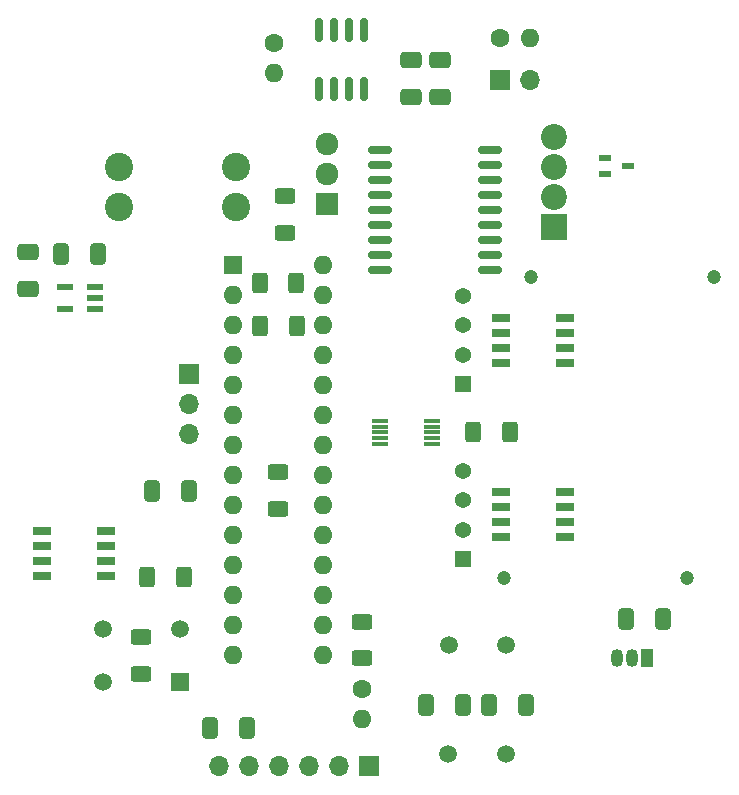
<source format=gbr>
%TF.GenerationSoftware,KiCad,Pcbnew,8.0.1-rc1*%
%TF.CreationDate,2024-11-22T07:55:53-08:00*%
%TF.ProjectId,AMS - CANBus Sensor - Vacuum,414d5320-2d20-4434-914e-427573205365,rev?*%
%TF.SameCoordinates,Original*%
%TF.FileFunction,Soldermask,Bot*%
%TF.FilePolarity,Negative*%
%FSLAX46Y46*%
G04 Gerber Fmt 4.6, Leading zero omitted, Abs format (unit mm)*
G04 Created by KiCad (PCBNEW 8.0.1-rc1) date 2024-11-22 07:55:53*
%MOMM*%
%LPD*%
G01*
G04 APERTURE LIST*
G04 Aperture macros list*
%AMRoundRect*
0 Rectangle with rounded corners*
0 $1 Rounding radius*
0 $2 $3 $4 $5 $6 $7 $8 $9 X,Y pos of 4 corners*
0 Add a 4 corners polygon primitive as box body*
4,1,4,$2,$3,$4,$5,$6,$7,$8,$9,$2,$3,0*
0 Add four circle primitives for the rounded corners*
1,1,$1+$1,$2,$3*
1,1,$1+$1,$4,$5*
1,1,$1+$1,$6,$7*
1,1,$1+$1,$8,$9*
0 Add four rect primitives between the rounded corners*
20,1,$1+$1,$2,$3,$4,$5,0*
20,1,$1+$1,$4,$5,$6,$7,0*
20,1,$1+$1,$6,$7,$8,$9,0*
20,1,$1+$1,$8,$9,$2,$3,0*%
G04 Aperture macros list end*
%ADD10C,2.400000*%
%ADD11R,1.500000X1.500000*%
%ADD12C,1.500000*%
%ADD13C,1.200000*%
%ADD14RoundRect,0.250000X0.400000X0.625000X-0.400000X0.625000X-0.400000X-0.625000X0.400000X-0.625000X0*%
%ADD15R,1.920000X1.920000*%
%ADD16C,1.920000*%
%ADD17R,1.528000X0.650000*%
%ADD18R,1.400000X0.300000*%
%ADD19R,1.400000X0.600000*%
%ADD20R,1.000000X0.550000*%
%ADD21RoundRect,0.250000X0.412500X0.650000X-0.412500X0.650000X-0.412500X-0.650000X0.412500X-0.650000X0*%
%ADD22RoundRect,0.250000X0.650000X-0.412500X0.650000X0.412500X-0.650000X0.412500X-0.650000X-0.412500X0*%
%ADD23C,1.600000*%
%ADD24O,1.600000X1.600000*%
%ADD25R,2.200000X2.200000*%
%ADD26C,2.200000*%
%ADD27R,1.365000X1.365000*%
%ADD28C,1.365000*%
%ADD29R,1.700000X1.700000*%
%ADD30O,1.700000X1.700000*%
%ADD31R,1.600000X1.600000*%
%ADD32R,1.050000X1.500000*%
%ADD33O,1.050000X1.500000*%
%ADD34RoundRect,0.250000X-0.412500X-0.650000X0.412500X-0.650000X0.412500X0.650000X-0.412500X0.650000X0*%
%ADD35RoundRect,0.150000X-0.150000X0.825000X-0.150000X-0.825000X0.150000X-0.825000X0.150000X0.825000X0*%
%ADD36RoundRect,0.250000X-0.625000X0.400000X-0.625000X-0.400000X0.625000X-0.400000X0.625000X0.400000X0*%
%ADD37RoundRect,0.150000X0.875000X0.150000X-0.875000X0.150000X-0.875000X-0.150000X0.875000X-0.150000X0*%
%ADD38RoundRect,0.250000X-0.400000X-0.625000X0.400000X-0.625000X0.400000X0.625000X-0.400000X0.625000X0*%
%ADD39RoundRect,0.250000X-0.650000X0.412500X-0.650000X-0.412500X0.650000X-0.412500X0.650000X0.412500X0*%
G04 APERTURE END LIST*
D10*
%TO.C,U5*%
X134999500Y-70018000D03*
X134999500Y-73418000D03*
X125079500Y-70018000D03*
X125079500Y-73418000D03*
%TD*%
D11*
%TO.C,Reset1*%
X130246900Y-113672200D03*
D12*
X123746900Y-113672200D03*
X130246900Y-109172200D03*
X123746900Y-109172200D03*
%TD*%
D13*
%TO.C,R15*%
X157647100Y-104798200D03*
X173147100Y-104798200D03*
%TD*%
%TO.C,R14*%
X159993000Y-79369700D03*
X175493000Y-79369700D03*
%TD*%
D14*
%TO.C,R9*%
X130559200Y-104767900D03*
X127459200Y-104767900D03*
%TD*%
D15*
%TO.C,Q1*%
X142661000Y-73200500D03*
D16*
X142661000Y-70660500D03*
X142661000Y-68120500D03*
%TD*%
D17*
%TO.C,IC9*%
X162810900Y-97562200D03*
X162810900Y-98832200D03*
X162810900Y-100102200D03*
X162810900Y-101372200D03*
X157388900Y-101372200D03*
X157388900Y-100102200D03*
X157388900Y-98832200D03*
X157388900Y-97562200D03*
%TD*%
%TO.C,IC8*%
X162840700Y-82794100D03*
X162840700Y-84064100D03*
X162840700Y-85334100D03*
X162840700Y-86604100D03*
X157418700Y-86604100D03*
X157418700Y-85334100D03*
X157418700Y-84064100D03*
X157418700Y-82794100D03*
%TD*%
D18*
%TO.C,IC3*%
X151556800Y-91502700D03*
X151556800Y-92002700D03*
X151556800Y-92502700D03*
X151556800Y-93002700D03*
X151556800Y-93502700D03*
X147156800Y-93502700D03*
X147156800Y-93002700D03*
X147156800Y-92502700D03*
X147156800Y-92002700D03*
X147156800Y-91502700D03*
%TD*%
D19*
%TO.C,IC2*%
X123047500Y-80184900D03*
X123047500Y-81134900D03*
X123047500Y-82084900D03*
X120547500Y-82084900D03*
X120547500Y-80184900D03*
%TD*%
D20*
%TO.C,D1*%
X166260202Y-70579772D03*
X166260202Y-69279772D03*
X168160202Y-69929772D03*
%TD*%
D21*
%TO.C,C11*%
X130974964Y-97474229D03*
X127849964Y-97474229D03*
%TD*%
D22*
%TO.C,C9*%
X117397143Y-80327871D03*
X117397143Y-77202871D03*
%TD*%
D21*
%TO.C,C8*%
X123268036Y-77433007D03*
X120143036Y-77433007D03*
%TD*%
D23*
%TO.C,R7*%
X157377500Y-59141700D03*
D24*
X159917500Y-59141700D03*
%TD*%
D25*
%TO.C,J1*%
X161878800Y-75088800D03*
D26*
X161878800Y-72548800D03*
X161878800Y-70008800D03*
X161878800Y-67468800D03*
%TD*%
D27*
%TO.C,IC6*%
X154212600Y-103245600D03*
D28*
X154212600Y-100745600D03*
X154212600Y-98245600D03*
X154212600Y-95745600D03*
%TD*%
D23*
%TO.C,NTC1*%
X145636900Y-114199700D03*
D24*
X145636900Y-116739700D03*
%TD*%
D29*
%TO.C,J3*%
X146254600Y-120744200D03*
D30*
X143714600Y-120744200D03*
X141174600Y-120744200D03*
X138634600Y-120744200D03*
X136094600Y-120744200D03*
X133554600Y-120744200D03*
%TD*%
D27*
%TO.C,IC4*%
X154212600Y-88411000D03*
D28*
X154212600Y-85911000D03*
X154212600Y-83411000D03*
X154212600Y-80911000D03*
%TD*%
D23*
%TO.C,R6*%
X138245100Y-59523000D03*
D24*
X138245100Y-62063000D03*
%TD*%
D29*
%TO.C,Powerboard1*%
X130976300Y-87552600D03*
D30*
X130976300Y-90092600D03*
X130976300Y-92632600D03*
%TD*%
D31*
%TO.C,U2*%
X134701200Y-78351400D03*
D24*
X134701200Y-80891400D03*
X134701200Y-83431400D03*
X134701200Y-85971400D03*
X134701200Y-88511400D03*
X134701200Y-91051400D03*
X134701200Y-93591400D03*
X134701200Y-96131400D03*
X134701200Y-98671400D03*
X134701200Y-101211400D03*
X134701200Y-103751400D03*
X134701200Y-106291400D03*
X134701200Y-108831400D03*
X134701200Y-111371400D03*
X142321200Y-111371400D03*
X142321200Y-108831400D03*
X142321200Y-106291400D03*
X142321200Y-103751400D03*
X142321200Y-101211400D03*
X142321200Y-98671400D03*
X142321200Y-96131400D03*
X142321200Y-93591400D03*
X142321200Y-91051400D03*
X142321200Y-88511400D03*
X142321200Y-85971400D03*
X142321200Y-83431400D03*
X142321200Y-80891400D03*
X142321200Y-78351400D03*
%TD*%
D29*
%TO.C,J5*%
X157311000Y-62619500D03*
D30*
X159851000Y-62619500D03*
%TD*%
D12*
%TO.C,Y2*%
X153001300Y-110501200D03*
X157881300Y-110501200D03*
%TD*%
%TO.C,Y1*%
X152976400Y-119755600D03*
X157856400Y-119755600D03*
%TD*%
D32*
%TO.C,U1*%
X169814800Y-111629200D03*
D33*
X168544800Y-111629200D03*
X167274800Y-111629200D03*
%TD*%
D34*
%TO.C,C2*%
X151071100Y-115585900D03*
X154196100Y-115585900D03*
%TD*%
D35*
%TO.C,U4*%
X141995000Y-58462300D03*
X143265000Y-58462300D03*
X144535000Y-58462300D03*
X145805000Y-58462300D03*
X145805000Y-63412300D03*
X144535000Y-63412300D03*
X143265000Y-63412300D03*
X141995000Y-63412300D03*
%TD*%
D36*
%TO.C,R1*%
X139114500Y-72473500D03*
X139114500Y-75573500D03*
%TD*%
%TO.C,R4*%
X126958000Y-109832000D03*
X126958000Y-112932000D03*
%TD*%
D21*
%TO.C,C4*%
X159573600Y-115561000D03*
X156448600Y-115561000D03*
%TD*%
D37*
%TO.C,U3*%
X156456400Y-68595700D03*
X156456400Y-69865700D03*
X156456400Y-71135700D03*
X156456400Y-72405700D03*
X156456400Y-73675700D03*
X156456400Y-74945700D03*
X156456400Y-76215700D03*
X156456400Y-77485700D03*
X156456400Y-78755700D03*
X147156400Y-78755700D03*
X147156400Y-77485700D03*
X147156400Y-76215700D03*
X147156400Y-74945700D03*
X147156400Y-73675700D03*
X147156400Y-72405700D03*
X147156400Y-71135700D03*
X147156400Y-69865700D03*
X147156400Y-68595700D03*
%TD*%
D36*
%TO.C,R3*%
X145644300Y-108538900D03*
X145644300Y-111638900D03*
%TD*%
D21*
%TO.C,C1*%
X135877700Y-117497000D03*
X132752700Y-117497000D03*
%TD*%
D38*
%TO.C,R13*%
X136988900Y-79844800D03*
X140088900Y-79844800D03*
%TD*%
D36*
%TO.C,R2*%
X138549100Y-95855800D03*
X138549100Y-98955800D03*
%TD*%
D21*
%TO.C,C10*%
X171147100Y-108263700D03*
X168022100Y-108263700D03*
%TD*%
D14*
%TO.C,R8*%
X158166800Y-92464600D03*
X155066800Y-92464600D03*
%TD*%
D38*
%TO.C,R12*%
X137056100Y-83516600D03*
X140156100Y-83516600D03*
%TD*%
D39*
%TO.C,C7*%
X152271300Y-60976900D03*
X152271300Y-64101900D03*
%TD*%
%TO.C,C6*%
X149801400Y-60980600D03*
X149801400Y-64105600D03*
%TD*%
D17*
%TO.C,IC1*%
X123989900Y-100817100D03*
X123989900Y-102087100D03*
X123989900Y-103357100D03*
X123989900Y-104627100D03*
X118567900Y-104627100D03*
X118567900Y-103357100D03*
X118567900Y-102087100D03*
X118567900Y-100817100D03*
%TD*%
M02*

</source>
